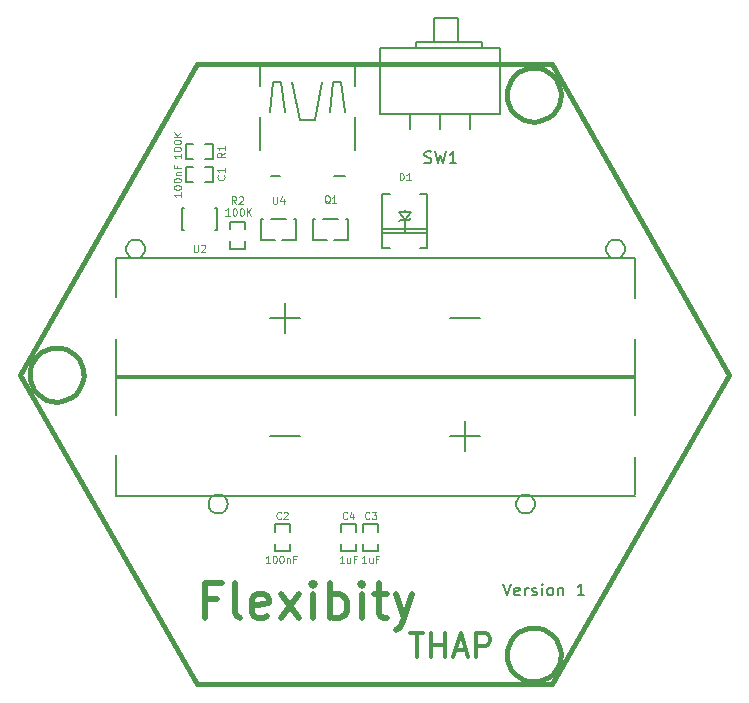
<source format=gto>
G04 (created by PCBNEW-RS274X (2010-03-14)-final) date Fri 27 Jul 2012 10:12:24 MSK*
G01*
G70*
G90*
%MOIN*%
G04 Gerber Fmt 3.4, Leading zero omitted, Abs format*
%FSLAX34Y34*%
G04 APERTURE LIST*
%ADD10C,0.001000*%
%ADD11C,0.006300*%
%ADD12C,0.013100*%
%ADD13C,0.019700*%
%ADD14C,0.015000*%
%ADD15C,0.006000*%
%ADD16C,0.005000*%
%ADD17C,0.008000*%
%ADD18C,0.004200*%
%ADD19C,0.004000*%
%ADD20C,0.006700*%
G04 APERTURE END LIST*
G54D10*
G54D11*
X61505Y-46655D02*
X61636Y-47049D01*
X61767Y-46655D01*
X62049Y-47031D02*
X62011Y-47049D01*
X61936Y-47049D01*
X61899Y-47031D01*
X61880Y-46993D01*
X61880Y-46843D01*
X61899Y-46806D01*
X61936Y-46787D01*
X62011Y-46787D01*
X62049Y-46806D01*
X62068Y-46843D01*
X62068Y-46881D01*
X61880Y-46918D01*
X62237Y-47049D02*
X62237Y-46787D01*
X62237Y-46862D02*
X62256Y-46824D01*
X62274Y-46806D01*
X62312Y-46787D01*
X62349Y-46787D01*
X62462Y-47031D02*
X62500Y-47049D01*
X62575Y-47049D01*
X62612Y-47031D01*
X62631Y-46993D01*
X62631Y-46974D01*
X62612Y-46937D01*
X62575Y-46918D01*
X62518Y-46918D01*
X62481Y-46899D01*
X62462Y-46862D01*
X62462Y-46843D01*
X62481Y-46806D01*
X62518Y-46787D01*
X62575Y-46787D01*
X62612Y-46806D01*
X62800Y-47049D02*
X62800Y-46787D01*
X62800Y-46655D02*
X62781Y-46674D01*
X62800Y-46693D01*
X62819Y-46674D01*
X62800Y-46655D01*
X62800Y-46693D01*
X63044Y-47049D02*
X63007Y-47031D01*
X62988Y-47012D01*
X62969Y-46974D01*
X62969Y-46862D01*
X62988Y-46824D01*
X63007Y-46806D01*
X63044Y-46787D01*
X63100Y-46787D01*
X63138Y-46806D01*
X63157Y-46824D01*
X63175Y-46862D01*
X63175Y-46974D01*
X63157Y-47012D01*
X63138Y-47031D01*
X63100Y-47049D01*
X63044Y-47049D01*
X63344Y-46787D02*
X63344Y-47049D01*
X63344Y-46824D02*
X63363Y-46806D01*
X63400Y-46787D01*
X63456Y-46787D01*
X63494Y-46806D01*
X63513Y-46843D01*
X63513Y-47049D01*
X64206Y-47049D02*
X63981Y-47049D01*
X64094Y-47049D02*
X64094Y-46655D01*
X64056Y-46712D01*
X64019Y-46749D01*
X63981Y-46768D01*
G54D12*
X58396Y-48310D02*
X58846Y-48310D01*
X58621Y-49097D02*
X58621Y-48310D01*
X59108Y-49097D02*
X59108Y-48310D01*
X59108Y-48685D02*
X59558Y-48685D01*
X59558Y-49097D02*
X59558Y-48310D01*
X59895Y-48872D02*
X60270Y-48872D01*
X59820Y-49097D02*
X60082Y-48310D01*
X60345Y-49097D01*
X60607Y-49097D02*
X60607Y-48310D01*
X60907Y-48310D01*
X60982Y-48348D01*
X61020Y-48385D01*
X61057Y-48460D01*
X61057Y-48572D01*
X61020Y-48647D01*
X60982Y-48685D01*
X60907Y-48722D01*
X60607Y-48722D01*
G54D13*
X51953Y-47182D02*
X51559Y-47182D01*
X51559Y-47801D02*
X51559Y-46620D01*
X52122Y-46620D01*
X52740Y-47801D02*
X52627Y-47744D01*
X52571Y-47632D01*
X52571Y-46620D01*
X53640Y-47744D02*
X53528Y-47801D01*
X53303Y-47801D01*
X53190Y-47744D01*
X53134Y-47632D01*
X53134Y-47182D01*
X53190Y-47069D01*
X53303Y-47013D01*
X53528Y-47013D01*
X53640Y-47069D01*
X53696Y-47182D01*
X53696Y-47294D01*
X53134Y-47407D01*
X54090Y-47801D02*
X54708Y-47013D01*
X54090Y-47013D02*
X54708Y-47801D01*
X55158Y-47801D02*
X55158Y-47013D01*
X55158Y-46620D02*
X55102Y-46676D01*
X55158Y-46732D01*
X55214Y-46676D01*
X55158Y-46620D01*
X55158Y-46732D01*
X55720Y-47801D02*
X55720Y-46620D01*
X55720Y-47069D02*
X55833Y-47013D01*
X56058Y-47013D01*
X56170Y-47069D01*
X56226Y-47126D01*
X56283Y-47238D01*
X56283Y-47576D01*
X56226Y-47688D01*
X56170Y-47744D01*
X56058Y-47801D01*
X55833Y-47801D01*
X55720Y-47744D01*
X56789Y-47801D02*
X56789Y-47013D01*
X56789Y-46620D02*
X56733Y-46676D01*
X56789Y-46732D01*
X56845Y-46676D01*
X56789Y-46620D01*
X56789Y-46732D01*
X57182Y-47013D02*
X57632Y-47013D01*
X57351Y-46620D02*
X57351Y-47632D01*
X57407Y-47744D01*
X57520Y-47801D01*
X57632Y-47801D01*
X57914Y-47013D02*
X58195Y-47801D01*
X58476Y-47013D02*
X58195Y-47801D01*
X58082Y-48082D01*
X58026Y-48138D01*
X57914Y-48194D01*
G54D14*
X45400Y-39699D02*
X51305Y-29331D01*
X51305Y-50000D02*
X45400Y-39699D01*
X63116Y-50000D02*
X51305Y-50000D01*
X69022Y-39699D02*
X63116Y-50000D01*
X63116Y-29331D02*
X69022Y-39699D01*
X51305Y-29331D02*
X63116Y-29331D01*
G54D15*
X51965Y-34854D02*
X51886Y-34854D01*
X51965Y-34854D02*
X51965Y-34146D01*
X51965Y-34146D02*
X51886Y-34146D01*
X50783Y-34146D02*
X50862Y-34146D01*
X50783Y-34854D02*
X50862Y-34854D01*
X50783Y-34146D02*
X50783Y-34854D01*
X51824Y-33250D02*
X51574Y-33250D01*
X50924Y-33250D02*
X51174Y-33250D01*
X50924Y-32750D02*
X50924Y-33250D01*
X51824Y-32750D02*
X51824Y-33250D01*
X50924Y-32750D02*
X51174Y-32750D01*
X51824Y-32750D02*
X51574Y-32750D01*
X52388Y-35489D02*
X52388Y-35239D01*
X52388Y-34589D02*
X52388Y-34839D01*
X52888Y-34589D02*
X52388Y-34589D01*
X52888Y-35489D02*
X52388Y-35489D01*
X52888Y-34589D02*
X52888Y-34839D01*
X52888Y-35489D02*
X52888Y-35239D01*
X50924Y-32000D02*
X51174Y-32000D01*
X51824Y-32000D02*
X51574Y-32000D01*
X51824Y-32500D02*
X51824Y-32000D01*
X50924Y-32500D02*
X50924Y-32000D01*
X51824Y-32500D02*
X51574Y-32500D01*
X50924Y-32500D02*
X51174Y-32500D01*
X57337Y-44668D02*
X57337Y-44918D01*
X57337Y-45568D02*
X57337Y-45318D01*
X56837Y-45568D02*
X57337Y-45568D01*
X56837Y-44668D02*
X57337Y-44668D01*
X56837Y-45568D02*
X56837Y-45318D01*
X56837Y-44668D02*
X56837Y-44918D01*
G54D16*
X58228Y-34267D02*
X58228Y-34187D01*
X58978Y-33667D02*
X58978Y-35467D01*
X58978Y-35467D02*
X58728Y-35467D01*
X57478Y-34827D02*
X58978Y-34827D01*
X57478Y-34957D02*
X58978Y-34957D01*
X57728Y-33667D02*
X57478Y-33667D01*
X57478Y-33667D02*
X57478Y-35467D01*
X57478Y-35467D02*
X57728Y-35467D01*
X58728Y-33667D02*
X58978Y-33667D01*
X58228Y-34517D02*
X58415Y-34267D01*
X58415Y-34267D02*
X58228Y-34267D01*
X58228Y-34267D02*
X58041Y-34267D01*
X58041Y-34267D02*
X58228Y-34517D01*
X58228Y-34517D02*
X58353Y-34517D01*
X58353Y-34517D02*
X58415Y-34455D01*
X58228Y-34517D02*
X58103Y-34517D01*
X58103Y-34517D02*
X58041Y-34579D01*
X58228Y-34517D02*
X58228Y-34954D01*
G54D17*
X57409Y-28796D02*
X61409Y-28796D01*
X61409Y-30996D02*
X57409Y-30996D01*
X59209Y-28596D02*
X59209Y-27796D01*
X60009Y-28596D02*
X60009Y-27796D01*
X60809Y-28796D02*
X60809Y-28596D01*
X60809Y-28596D02*
X58609Y-28596D01*
X58609Y-28596D02*
X58609Y-28796D01*
X60009Y-27796D02*
X59209Y-27796D01*
X58409Y-31496D02*
X58409Y-30996D01*
X59409Y-31496D02*
X59409Y-30996D01*
X60409Y-31496D02*
X60409Y-30996D01*
X57409Y-30996D02*
X57409Y-28796D01*
X61409Y-30996D02*
X61409Y-28796D01*
G54D15*
X54252Y-34488D02*
X53780Y-34488D01*
X54528Y-35196D02*
X54134Y-35196D01*
X53504Y-35196D02*
X53898Y-35196D01*
X54607Y-35196D02*
X54528Y-35196D01*
X54607Y-35196D02*
X54607Y-34488D01*
X54607Y-34488D02*
X54528Y-34488D01*
X53425Y-34488D02*
X53504Y-34488D01*
X53425Y-35196D02*
X53504Y-35196D01*
X53425Y-34488D02*
X53425Y-35196D01*
X55984Y-34488D02*
X55512Y-34488D01*
X56260Y-35196D02*
X55866Y-35196D01*
X55236Y-35196D02*
X55630Y-35196D01*
X56339Y-35196D02*
X56260Y-35196D01*
X56339Y-35196D02*
X56339Y-34488D01*
X56339Y-34488D02*
X56260Y-34488D01*
X55157Y-34488D02*
X55236Y-34488D01*
X55157Y-35196D02*
X55236Y-35196D01*
X55157Y-34488D02*
X55157Y-35196D01*
X54384Y-44668D02*
X54384Y-44918D01*
X54384Y-45568D02*
X54384Y-45318D01*
X53884Y-45568D02*
X54384Y-45568D01*
X53884Y-44668D02*
X54384Y-44668D01*
X53884Y-45568D02*
X53884Y-45318D01*
X53884Y-44668D02*
X53884Y-44918D01*
X56588Y-44668D02*
X56588Y-44918D01*
X56588Y-45568D02*
X56588Y-45318D01*
X56088Y-45568D02*
X56588Y-45568D01*
X56088Y-44668D02*
X56588Y-44668D01*
X56088Y-45568D02*
X56088Y-45318D01*
X56088Y-44668D02*
X56088Y-44918D01*
G54D14*
X63420Y-30354D02*
X63402Y-30528D01*
X63352Y-30696D01*
X63269Y-30852D01*
X63158Y-30988D01*
X63023Y-31100D01*
X62868Y-31183D01*
X62700Y-31235D01*
X62526Y-31253D01*
X62352Y-31238D01*
X62183Y-31188D01*
X62028Y-31107D01*
X61891Y-30997D01*
X61778Y-30862D01*
X61693Y-30708D01*
X61640Y-30541D01*
X61621Y-30366D01*
X61635Y-30192D01*
X61684Y-30023D01*
X61764Y-29867D01*
X61873Y-29729D01*
X62007Y-29615D01*
X62160Y-29530D01*
X62327Y-29475D01*
X62502Y-29455D01*
X62676Y-29468D01*
X62845Y-29515D01*
X63002Y-29595D01*
X63140Y-29703D01*
X63255Y-29836D01*
X63342Y-29988D01*
X63397Y-30155D01*
X63419Y-30329D01*
X63420Y-30354D01*
X47514Y-39685D02*
X47496Y-39859D01*
X47446Y-40027D01*
X47363Y-40183D01*
X47252Y-40319D01*
X47117Y-40431D01*
X46962Y-40514D01*
X46794Y-40566D01*
X46620Y-40584D01*
X46446Y-40569D01*
X46277Y-40519D01*
X46122Y-40438D01*
X45985Y-40328D01*
X45872Y-40193D01*
X45787Y-40039D01*
X45734Y-39872D01*
X45715Y-39697D01*
X45729Y-39523D01*
X45778Y-39354D01*
X45858Y-39198D01*
X45967Y-39060D01*
X46101Y-38946D01*
X46254Y-38861D01*
X46421Y-38806D01*
X46596Y-38786D01*
X46770Y-38799D01*
X46939Y-38846D01*
X47096Y-38926D01*
X47234Y-39034D01*
X47349Y-39167D01*
X47436Y-39319D01*
X47491Y-39486D01*
X47513Y-39660D01*
X47514Y-39685D01*
X63420Y-49016D02*
X63402Y-49190D01*
X63352Y-49358D01*
X63269Y-49514D01*
X63158Y-49650D01*
X63023Y-49762D01*
X62868Y-49845D01*
X62700Y-49897D01*
X62526Y-49915D01*
X62352Y-49900D01*
X62183Y-49850D01*
X62028Y-49769D01*
X61891Y-49659D01*
X61778Y-49524D01*
X61693Y-49370D01*
X61640Y-49203D01*
X61621Y-49028D01*
X61635Y-48854D01*
X61684Y-48685D01*
X61764Y-48529D01*
X61873Y-48391D01*
X62007Y-48277D01*
X62160Y-48192D01*
X62327Y-48137D01*
X62502Y-48117D01*
X62676Y-48130D01*
X62845Y-48177D01*
X63002Y-48257D01*
X63140Y-48365D01*
X63255Y-48498D01*
X63342Y-48650D01*
X63397Y-48817D01*
X63419Y-48991D01*
X63420Y-49016D01*
G54D17*
X60744Y-37795D02*
X59744Y-37795D01*
X54244Y-37295D02*
X54244Y-38295D01*
X53744Y-37795D02*
X54744Y-37795D01*
X48594Y-35845D02*
X48594Y-37095D01*
X65894Y-38495D02*
X65894Y-39795D01*
X65894Y-39795D02*
X48594Y-39795D01*
X48594Y-39795D02*
X48594Y-38495D01*
X48594Y-35795D02*
X65894Y-35795D01*
X65894Y-35795D02*
X65894Y-37145D01*
X53744Y-41732D02*
X54744Y-41732D01*
X60244Y-42232D02*
X60244Y-41232D01*
X60744Y-41732D02*
X59744Y-41732D01*
X65894Y-43682D02*
X65894Y-42432D01*
X48594Y-41032D02*
X48594Y-39732D01*
X48594Y-39732D02*
X65894Y-39732D01*
X65894Y-39732D02*
X65894Y-41032D01*
X65894Y-43732D02*
X48594Y-43732D01*
X48594Y-43732D02*
X48594Y-42382D01*
G54D16*
X62566Y-44000D02*
X62559Y-44061D01*
X62542Y-44120D01*
X62513Y-44174D01*
X62474Y-44222D01*
X62426Y-44261D01*
X62372Y-44291D01*
X62313Y-44309D01*
X62252Y-44315D01*
X62191Y-44310D01*
X62132Y-44292D01*
X62077Y-44264D01*
X62029Y-44225D01*
X61990Y-44178D01*
X61960Y-44124D01*
X61941Y-44065D01*
X61935Y-44004D01*
X61940Y-43943D01*
X61957Y-43884D01*
X61985Y-43829D01*
X62023Y-43781D01*
X62070Y-43741D01*
X62124Y-43711D01*
X62183Y-43692D01*
X62244Y-43685D01*
X62304Y-43689D01*
X62364Y-43706D01*
X62419Y-43734D01*
X62467Y-43772D01*
X62508Y-43818D01*
X62538Y-43872D01*
X62558Y-43930D01*
X62565Y-43992D01*
X62566Y-44000D01*
X52316Y-44000D02*
X52309Y-44061D01*
X52292Y-44120D01*
X52263Y-44174D01*
X52224Y-44222D01*
X52176Y-44261D01*
X52122Y-44291D01*
X52063Y-44309D01*
X52002Y-44315D01*
X51941Y-44310D01*
X51882Y-44292D01*
X51827Y-44264D01*
X51779Y-44225D01*
X51740Y-44178D01*
X51710Y-44124D01*
X51691Y-44065D01*
X51685Y-44004D01*
X51690Y-43943D01*
X51707Y-43884D01*
X51735Y-43829D01*
X51773Y-43781D01*
X51820Y-43741D01*
X51874Y-43711D01*
X51933Y-43692D01*
X51994Y-43685D01*
X52054Y-43689D01*
X52114Y-43706D01*
X52169Y-43734D01*
X52217Y-43772D01*
X52258Y-43818D01*
X52288Y-43872D01*
X52308Y-43930D01*
X52315Y-43992D01*
X52316Y-44000D01*
X49566Y-35500D02*
X49559Y-35561D01*
X49542Y-35620D01*
X49513Y-35674D01*
X49474Y-35722D01*
X49426Y-35761D01*
X49372Y-35791D01*
X49313Y-35809D01*
X49252Y-35815D01*
X49191Y-35810D01*
X49132Y-35792D01*
X49077Y-35764D01*
X49029Y-35725D01*
X48990Y-35678D01*
X48960Y-35624D01*
X48941Y-35565D01*
X48935Y-35504D01*
X48940Y-35443D01*
X48957Y-35384D01*
X48985Y-35329D01*
X49023Y-35281D01*
X49070Y-35241D01*
X49124Y-35211D01*
X49183Y-35192D01*
X49244Y-35185D01*
X49304Y-35189D01*
X49364Y-35206D01*
X49419Y-35234D01*
X49467Y-35272D01*
X49508Y-35318D01*
X49538Y-35372D01*
X49558Y-35430D01*
X49565Y-35492D01*
X49566Y-35500D01*
X65566Y-35500D02*
X65559Y-35561D01*
X65542Y-35620D01*
X65513Y-35674D01*
X65474Y-35722D01*
X65426Y-35761D01*
X65372Y-35791D01*
X65313Y-35809D01*
X65252Y-35815D01*
X65191Y-35810D01*
X65132Y-35792D01*
X65077Y-35764D01*
X65029Y-35725D01*
X64990Y-35678D01*
X64960Y-35624D01*
X64941Y-35565D01*
X64935Y-35504D01*
X64940Y-35443D01*
X64957Y-35384D01*
X64985Y-35329D01*
X65023Y-35281D01*
X65070Y-35241D01*
X65124Y-35211D01*
X65183Y-35192D01*
X65244Y-35185D01*
X65304Y-35189D01*
X65364Y-35206D01*
X65419Y-35234D01*
X65467Y-35272D01*
X65508Y-35318D01*
X65538Y-35372D01*
X65558Y-35430D01*
X65565Y-35492D01*
X65566Y-35500D01*
G54D17*
X56580Y-29289D02*
X56580Y-30077D01*
X53391Y-30077D02*
X53391Y-29289D01*
X56580Y-29289D02*
X53391Y-29289D01*
X53391Y-31110D02*
X53391Y-32193D01*
X56580Y-32193D02*
X56580Y-31110D01*
X54066Y-33050D02*
X53766Y-33050D01*
X56216Y-33050D02*
X55866Y-33050D01*
G54D16*
X55466Y-29934D02*
X55216Y-31184D01*
X55216Y-31184D02*
X54716Y-31184D01*
X54716Y-31184D02*
X54466Y-29934D01*
X53716Y-30934D02*
X53841Y-29934D01*
X53841Y-29934D02*
X54091Y-29934D01*
X54091Y-29934D02*
X54216Y-30934D01*
X56216Y-30934D02*
X56091Y-29934D01*
X56091Y-29934D02*
X55841Y-29934D01*
X55841Y-29934D02*
X55716Y-30934D01*
G54D18*
X51184Y-35351D02*
X51184Y-35554D01*
X51195Y-35577D01*
X51207Y-35589D01*
X51231Y-35601D01*
X51279Y-35601D01*
X51303Y-35589D01*
X51314Y-35577D01*
X51326Y-35554D01*
X51326Y-35351D01*
X51434Y-35375D02*
X51446Y-35363D01*
X51469Y-35351D01*
X51529Y-35351D01*
X51553Y-35363D01*
X51565Y-35375D01*
X51576Y-35399D01*
X51576Y-35423D01*
X51565Y-35458D01*
X51422Y-35601D01*
X51576Y-35601D01*
X52201Y-33042D02*
X52213Y-33054D01*
X52225Y-33089D01*
X52225Y-33113D01*
X52213Y-33149D01*
X52189Y-33173D01*
X52166Y-33184D01*
X52118Y-33196D01*
X52082Y-33196D01*
X52035Y-33184D01*
X52011Y-33173D01*
X51987Y-33149D01*
X51975Y-33113D01*
X51975Y-33089D01*
X51987Y-33054D01*
X51999Y-33042D01*
X52225Y-32804D02*
X52225Y-32946D01*
X52225Y-32875D02*
X51975Y-32875D01*
X52011Y-32899D01*
X52035Y-32923D01*
X52047Y-32946D01*
X50770Y-33615D02*
X50770Y-33757D01*
X50770Y-33686D02*
X50520Y-33686D01*
X50556Y-33710D01*
X50580Y-33734D01*
X50592Y-33757D01*
X50520Y-33460D02*
X50520Y-33436D01*
X50532Y-33412D01*
X50544Y-33400D01*
X50568Y-33388D01*
X50615Y-33377D01*
X50675Y-33377D01*
X50723Y-33388D01*
X50746Y-33400D01*
X50758Y-33412D01*
X50770Y-33436D01*
X50770Y-33460D01*
X50758Y-33484D01*
X50746Y-33496D01*
X50723Y-33507D01*
X50675Y-33519D01*
X50615Y-33519D01*
X50568Y-33507D01*
X50544Y-33496D01*
X50532Y-33484D01*
X50520Y-33460D01*
X50520Y-33222D02*
X50520Y-33198D01*
X50532Y-33174D01*
X50544Y-33162D01*
X50568Y-33150D01*
X50615Y-33139D01*
X50675Y-33139D01*
X50723Y-33150D01*
X50746Y-33162D01*
X50758Y-33174D01*
X50770Y-33198D01*
X50770Y-33222D01*
X50758Y-33246D01*
X50746Y-33258D01*
X50723Y-33269D01*
X50675Y-33281D01*
X50615Y-33281D01*
X50568Y-33269D01*
X50544Y-33258D01*
X50532Y-33246D01*
X50520Y-33222D01*
X50604Y-33031D02*
X50770Y-33031D01*
X50627Y-33031D02*
X50615Y-33020D01*
X50604Y-32996D01*
X50604Y-32960D01*
X50615Y-32936D01*
X50639Y-32924D01*
X50770Y-32924D01*
X50639Y-32722D02*
X50639Y-32805D01*
X50770Y-32805D02*
X50520Y-32805D01*
X50520Y-32686D01*
X52596Y-33999D02*
X52513Y-33880D01*
X52454Y-33999D02*
X52454Y-33749D01*
X52549Y-33749D01*
X52573Y-33761D01*
X52584Y-33773D01*
X52596Y-33797D01*
X52596Y-33833D01*
X52584Y-33856D01*
X52573Y-33868D01*
X52549Y-33880D01*
X52454Y-33880D01*
X52692Y-33773D02*
X52704Y-33761D01*
X52727Y-33749D01*
X52787Y-33749D01*
X52811Y-33761D01*
X52823Y-33773D01*
X52834Y-33797D01*
X52834Y-33821D01*
X52823Y-33856D01*
X52680Y-33999D01*
X52834Y-33999D01*
X52385Y-34392D02*
X52243Y-34392D01*
X52314Y-34392D02*
X52314Y-34142D01*
X52290Y-34178D01*
X52266Y-34202D01*
X52243Y-34214D01*
X52540Y-34142D02*
X52564Y-34142D01*
X52588Y-34154D01*
X52600Y-34166D01*
X52612Y-34190D01*
X52623Y-34237D01*
X52623Y-34297D01*
X52612Y-34345D01*
X52600Y-34368D01*
X52588Y-34380D01*
X52564Y-34392D01*
X52540Y-34392D01*
X52516Y-34380D01*
X52504Y-34368D01*
X52493Y-34345D01*
X52481Y-34297D01*
X52481Y-34237D01*
X52493Y-34190D01*
X52504Y-34166D01*
X52516Y-34154D01*
X52540Y-34142D01*
X52778Y-34142D02*
X52802Y-34142D01*
X52826Y-34154D01*
X52838Y-34166D01*
X52850Y-34190D01*
X52861Y-34237D01*
X52861Y-34297D01*
X52850Y-34345D01*
X52838Y-34368D01*
X52826Y-34380D01*
X52802Y-34392D01*
X52778Y-34392D01*
X52754Y-34380D01*
X52742Y-34368D01*
X52731Y-34345D01*
X52719Y-34297D01*
X52719Y-34237D01*
X52731Y-34190D01*
X52742Y-34166D01*
X52754Y-34154D01*
X52778Y-34142D01*
X52969Y-34392D02*
X52969Y-34142D01*
X53111Y-34392D02*
X53004Y-34249D01*
X53111Y-34142D02*
X52969Y-34285D01*
X52225Y-32292D02*
X52106Y-32375D01*
X52225Y-32434D02*
X51975Y-32434D01*
X51975Y-32339D01*
X51987Y-32315D01*
X51999Y-32304D01*
X52023Y-32292D01*
X52059Y-32292D01*
X52082Y-32304D01*
X52094Y-32315D01*
X52106Y-32339D01*
X52106Y-32434D01*
X52225Y-32054D02*
X52225Y-32196D01*
X52225Y-32125D02*
X51975Y-32125D01*
X52011Y-32149D01*
X52035Y-32173D01*
X52047Y-32196D01*
X50770Y-32339D02*
X50770Y-32481D01*
X50770Y-32410D02*
X50520Y-32410D01*
X50556Y-32434D01*
X50580Y-32458D01*
X50592Y-32481D01*
X50520Y-32184D02*
X50520Y-32160D01*
X50532Y-32136D01*
X50544Y-32124D01*
X50568Y-32112D01*
X50615Y-32101D01*
X50675Y-32101D01*
X50723Y-32112D01*
X50746Y-32124D01*
X50758Y-32136D01*
X50770Y-32160D01*
X50770Y-32184D01*
X50758Y-32208D01*
X50746Y-32220D01*
X50723Y-32231D01*
X50675Y-32243D01*
X50615Y-32243D01*
X50568Y-32231D01*
X50544Y-32220D01*
X50532Y-32208D01*
X50520Y-32184D01*
X50520Y-31946D02*
X50520Y-31922D01*
X50532Y-31898D01*
X50544Y-31886D01*
X50568Y-31874D01*
X50615Y-31863D01*
X50675Y-31863D01*
X50723Y-31874D01*
X50746Y-31886D01*
X50758Y-31898D01*
X50770Y-31922D01*
X50770Y-31946D01*
X50758Y-31970D01*
X50746Y-31982D01*
X50723Y-31993D01*
X50675Y-32005D01*
X50615Y-32005D01*
X50568Y-31993D01*
X50544Y-31982D01*
X50532Y-31970D01*
X50520Y-31946D01*
X50770Y-31755D02*
X50520Y-31755D01*
X50770Y-31613D02*
X50627Y-31720D01*
X50520Y-31613D02*
X50663Y-31755D01*
G54D19*
X57047Y-44483D02*
X57036Y-44495D01*
X57002Y-44506D01*
X56979Y-44506D01*
X56944Y-44495D01*
X56922Y-44472D01*
X56910Y-44449D01*
X56899Y-44403D01*
X56899Y-44369D01*
X56910Y-44323D01*
X56922Y-44300D01*
X56944Y-44278D01*
X56979Y-44266D01*
X57002Y-44266D01*
X57036Y-44278D01*
X57047Y-44289D01*
X57127Y-44266D02*
X57276Y-44266D01*
X57196Y-44358D01*
X57230Y-44358D01*
X57253Y-44369D01*
X57264Y-44380D01*
X57276Y-44403D01*
X57276Y-44460D01*
X57264Y-44483D01*
X57253Y-44495D01*
X57230Y-44506D01*
X57162Y-44506D01*
X57139Y-44495D01*
X57127Y-44483D01*
X56944Y-45965D02*
X56807Y-45965D01*
X56875Y-45965D02*
X56875Y-45725D01*
X56852Y-45759D01*
X56830Y-45782D01*
X56807Y-45794D01*
X57150Y-45805D02*
X57150Y-45965D01*
X57047Y-45805D02*
X57047Y-45931D01*
X57059Y-45954D01*
X57081Y-45965D01*
X57116Y-45965D01*
X57139Y-45954D01*
X57150Y-45942D01*
X57344Y-45839D02*
X57264Y-45839D01*
X57264Y-45965D02*
X57264Y-45725D01*
X57378Y-45725D01*
X58051Y-33207D02*
X58051Y-32967D01*
X58108Y-32967D01*
X58143Y-32979D01*
X58165Y-33001D01*
X58177Y-33024D01*
X58188Y-33070D01*
X58188Y-33104D01*
X58177Y-33150D01*
X58165Y-33173D01*
X58143Y-33196D01*
X58108Y-33207D01*
X58051Y-33207D01*
X58417Y-33207D02*
X58280Y-33207D01*
X58348Y-33207D02*
X58348Y-32967D01*
X58325Y-33001D01*
X58303Y-33024D01*
X58280Y-33036D01*
G54D20*
X58876Y-32623D02*
X58933Y-32642D01*
X59029Y-32642D01*
X59067Y-32623D01*
X59086Y-32604D01*
X59105Y-32566D01*
X59105Y-32528D01*
X59086Y-32490D01*
X59067Y-32470D01*
X59029Y-32451D01*
X58952Y-32432D01*
X58914Y-32413D01*
X58895Y-32394D01*
X58876Y-32356D01*
X58876Y-32318D01*
X58895Y-32280D01*
X58914Y-32261D01*
X58952Y-32242D01*
X59048Y-32242D01*
X59105Y-32261D01*
X59238Y-32242D02*
X59333Y-32642D01*
X59410Y-32356D01*
X59486Y-32642D01*
X59581Y-32242D01*
X59943Y-32642D02*
X59714Y-32642D01*
X59828Y-32642D02*
X59828Y-32242D01*
X59790Y-32299D01*
X59752Y-32337D01*
X59714Y-32356D01*
G54D19*
X53833Y-33755D02*
X53833Y-33949D01*
X53845Y-33972D01*
X53856Y-33984D01*
X53879Y-33995D01*
X53925Y-33995D01*
X53947Y-33984D01*
X53959Y-33972D01*
X53970Y-33949D01*
X53970Y-33755D01*
X54187Y-33835D02*
X54187Y-33995D01*
X54130Y-33744D02*
X54073Y-33915D01*
X54221Y-33915D01*
X55725Y-33978D02*
X55702Y-33967D01*
X55679Y-33944D01*
X55645Y-33909D01*
X55622Y-33898D01*
X55599Y-33898D01*
X55611Y-33955D02*
X55588Y-33944D01*
X55565Y-33921D01*
X55554Y-33875D01*
X55554Y-33795D01*
X55565Y-33749D01*
X55588Y-33727D01*
X55611Y-33715D01*
X55657Y-33715D01*
X55679Y-33727D01*
X55702Y-33749D01*
X55714Y-33795D01*
X55714Y-33875D01*
X55702Y-33921D01*
X55679Y-33944D01*
X55657Y-33955D01*
X55611Y-33955D01*
X55942Y-33955D02*
X55805Y-33955D01*
X55873Y-33955D02*
X55873Y-33715D01*
X55850Y-33749D01*
X55828Y-33772D01*
X55805Y-33784D01*
X54094Y-44483D02*
X54083Y-44495D01*
X54049Y-44506D01*
X54026Y-44506D01*
X53991Y-44495D01*
X53969Y-44472D01*
X53957Y-44449D01*
X53946Y-44403D01*
X53946Y-44369D01*
X53957Y-44323D01*
X53969Y-44300D01*
X53991Y-44278D01*
X54026Y-44266D01*
X54049Y-44266D01*
X54083Y-44278D01*
X54094Y-44289D01*
X54186Y-44289D02*
X54197Y-44278D01*
X54220Y-44266D01*
X54277Y-44266D01*
X54300Y-44278D01*
X54311Y-44289D01*
X54323Y-44312D01*
X54323Y-44335D01*
X54311Y-44369D01*
X54174Y-44506D01*
X54323Y-44506D01*
X53723Y-45963D02*
X53586Y-45963D01*
X53654Y-45963D02*
X53654Y-45723D01*
X53631Y-45757D01*
X53609Y-45780D01*
X53586Y-45792D01*
X53872Y-45723D02*
X53895Y-45723D01*
X53918Y-45735D01*
X53929Y-45746D01*
X53940Y-45769D01*
X53952Y-45815D01*
X53952Y-45872D01*
X53940Y-45917D01*
X53929Y-45940D01*
X53918Y-45952D01*
X53895Y-45963D01*
X53872Y-45963D01*
X53849Y-45952D01*
X53838Y-45940D01*
X53826Y-45917D01*
X53815Y-45872D01*
X53815Y-45815D01*
X53826Y-45769D01*
X53838Y-45746D01*
X53849Y-45735D01*
X53872Y-45723D01*
X54101Y-45723D02*
X54124Y-45723D01*
X54147Y-45735D01*
X54158Y-45746D01*
X54169Y-45769D01*
X54181Y-45815D01*
X54181Y-45872D01*
X54169Y-45917D01*
X54158Y-45940D01*
X54147Y-45952D01*
X54124Y-45963D01*
X54101Y-45963D01*
X54078Y-45952D01*
X54067Y-45940D01*
X54055Y-45917D01*
X54044Y-45872D01*
X54044Y-45815D01*
X54055Y-45769D01*
X54067Y-45746D01*
X54078Y-45735D01*
X54101Y-45723D01*
X54284Y-45803D02*
X54284Y-45963D01*
X54284Y-45826D02*
X54296Y-45815D01*
X54318Y-45803D01*
X54353Y-45803D01*
X54376Y-45815D01*
X54387Y-45837D01*
X54387Y-45963D01*
X54581Y-45837D02*
X54501Y-45837D01*
X54501Y-45963D02*
X54501Y-45723D01*
X54615Y-45723D01*
X56298Y-44483D02*
X56287Y-44495D01*
X56253Y-44506D01*
X56230Y-44506D01*
X56195Y-44495D01*
X56173Y-44472D01*
X56161Y-44449D01*
X56150Y-44403D01*
X56150Y-44369D01*
X56161Y-44323D01*
X56173Y-44300D01*
X56195Y-44278D01*
X56230Y-44266D01*
X56253Y-44266D01*
X56287Y-44278D01*
X56298Y-44289D01*
X56504Y-44346D02*
X56504Y-44506D01*
X56447Y-44255D02*
X56390Y-44426D01*
X56538Y-44426D01*
X56195Y-45963D02*
X56058Y-45963D01*
X56126Y-45963D02*
X56126Y-45723D01*
X56103Y-45757D01*
X56081Y-45780D01*
X56058Y-45792D01*
X56401Y-45803D02*
X56401Y-45963D01*
X56298Y-45803D02*
X56298Y-45929D01*
X56310Y-45952D01*
X56332Y-45963D01*
X56367Y-45963D01*
X56390Y-45952D01*
X56401Y-45940D01*
X56595Y-45837D02*
X56515Y-45837D01*
X56515Y-45963D02*
X56515Y-45723D01*
X56629Y-45723D01*
M02*

</source>
